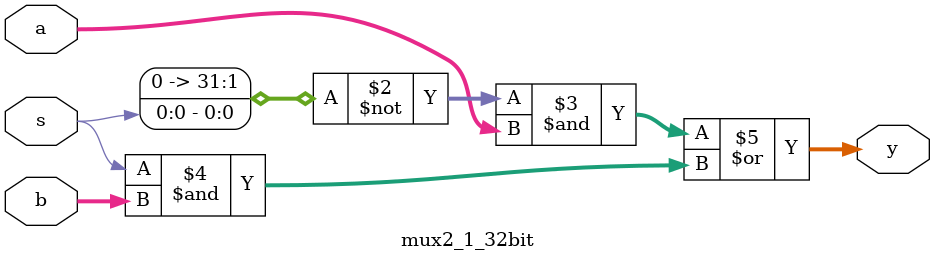
<source format=sv>
module mux2_1_32bit (
	input  logic [31:0] a,
	input  logic [31:0] b,
	input  logic        s,
	output logic [31:0] y 
);
	assign y = (~s&a) | (s&b);
endmodule

</source>
